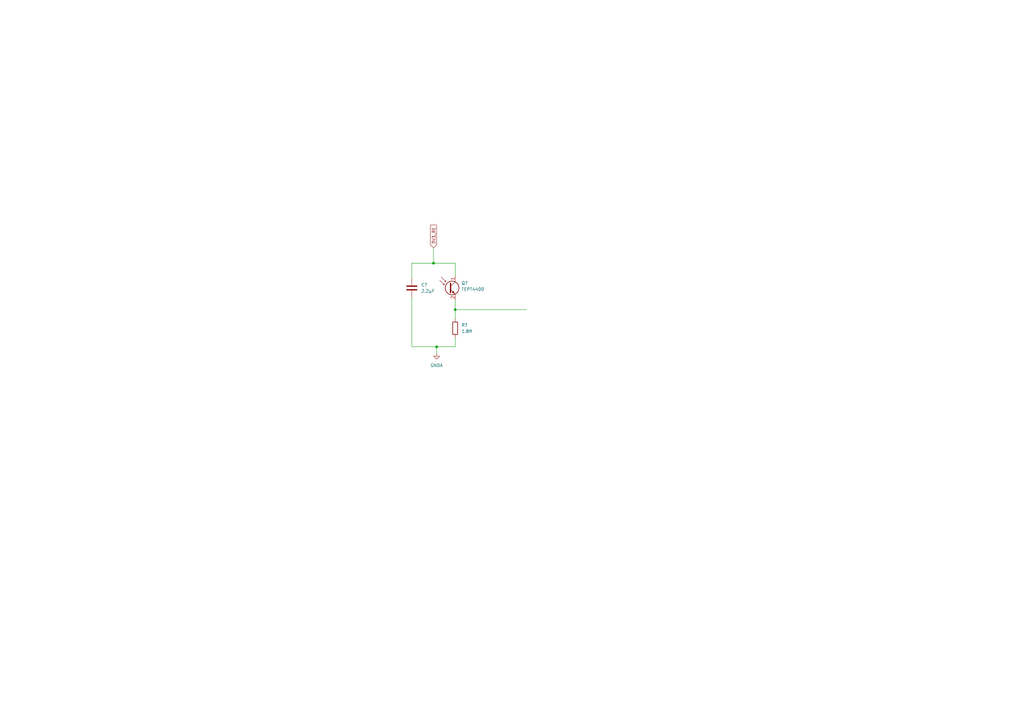
<source format=kicad_sch>
(kicad_sch (version 20250114) (generator "eeschema") (generator_version "9.0")
  (paper "A3")
  (title_block (title "Rabosa_Bot") (rev "1.0") (company "XorvaLabs"))
  (lib_symbols
    (symbol "Device:C" (pin_numbers (hide yes)) (pin_names (offset 0.254))
      (property "Reference" "C" (at 0.635 2.54 0))
      (property "Value" "C" (at 0.635 -2.54 0))
      (symbol "C_0_1"
        (polyline (pts (xy -2.032 0.762) (xy 2.032 0.762)) (stroke (width 0.508)))
        (polyline (pts (xy -2.032 -0.762) (xy 2.032 -0.762)) (stroke (width 0.508)))
      )
      (symbol "C_1_1"
        (pin passive line (at 0 3.81 270) (length 2.794) (name "~") (number "1"))
        (pin passive line (at 0 -3.81 90) (length 2.794) (name "~") (number "2"))
      )
    )
    (symbol "Device:R" (pin_numbers (hide yes)) (pin_names (offset 0))
      (property "Reference" "R" (at 2.032 0 90))
      (property "Value" "R" (at 0 0 90))
      (symbol "R_0_1"
        (rectangle (start -1.016 -2.54) (end 1.016 2.54) (stroke (width 0.254)))
      )
      (symbol "R_1_1"
        (pin passive line (at 0 3.81 270) (length 1.27) (name "~") (number "1"))
        (pin passive line (at 0 -3.81 90) (length 1.27) (name "~") (number "2"))
      )
    )
    (symbol "Sensor_Optical:TEPT4400" (pin_names (offset 0) (hide yes))
      (property "Reference" "Q" (at 5.08 1.27 0))
      (property "Value" "TEPT4400" (at 5.08 -1.27 0))
      (symbol "TEPT4400_0_1"
        (polyline (pts (xy -3.81 3.175) (xy -1.905 1.27) (xy -1.905 1.905)))
        (polyline (pts (xy -3.175 4.445) (xy -1.27 2.54) (xy -1.27 3.175)))
        (polyline (pts (xy -1.905 1.27) (xy -2.54 1.27)))
        (polyline (pts (xy -1.27 2.54) (xy -1.905 2.54)))
        (polyline (pts (xy 0.635 1.905) (xy 0.635 -1.905) (xy 0.635 -1.905)) (stroke (width 0.508)))
        (polyline (pts (xy 0.635 0.635) (xy 2.54 2.54)))
        (polyline (pts (xy 0.635 -0.635) (xy 2.54 -2.54) (xy 2.54 -2.54)))
        (circle (center 1.27 0) (radius 2.8194) (stroke (width 0.254)))
        (polyline (pts (xy 1.27 -1.778) (xy 1.778 -1.27) (xy 2.286 -2.286) (xy 1.27 -1.778) (xy 1.27 -1.778)) (fill (type outline)))
      )
      (symbol "TEPT4400_1_1"
        (pin passive line (at 2.54 5.08 270) (length 2.54) (name "C") (number "1"))
        (pin passive line (at 2.54 -5.08 90) (length 2.54) (name "E") (number "2"))
      )
    )
    (symbol "power:GNDA" (power) (pin_numbers (hide yes)) (pin_names (offset 0) (hide yes))
      (property "Value" "GNDA" (at 0 -3.81 0))
      (symbol "GNDA_0_1"
        (polyline (pts (xy 0 0) (xy 0 -1.27) (xy 1.27 -1.27) (xy 0 -2.54) (xy -1.27 -1.27) (xy 0 -1.27)))
      )
      (symbol "GNDA_1_1"
        (pin power_in line (at 0 0 270) (length 0) (name "~") (number "1"))
      )
    )
  )
  (junction (at 177.8 107.95))
  (junction (at 179.07 142.24))
  (junction (at 186.69 127))
  (wire (pts (xy 179.07 142.24) (xy 179.07 144.78)))
  (wire (pts (xy 186.69 127) (xy 215.9 127)))
  (wire (pts (xy 168.91 114.3) (xy 168.91 107.95)))
  (wire (pts (xy 168.91 142.24) (xy 168.91 121.92)))
  (wire (pts (xy 186.69 142.24) (xy 179.07 142.24)))
  (wire (pts (xy 177.8 101.6) (xy 177.8 107.95)))
  (wire (pts (xy 177.8 107.95) (xy 186.69 107.95)))
  (wire (pts (xy 186.69 123.19) (xy 186.69 127)))
  (wire (pts (xy 186.69 138.43) (xy 186.69 142.24)))
  (wire (pts (xy 168.91 107.95) (xy 177.8 107.95)))
  (wire (pts (xy 186.69 107.95) (xy 186.69 113.03)))
  (wire (pts (xy 179.07 142.24) (xy 168.91 142.24)))
  (wire (pts (xy 186.69 127) (xy 186.69 130.81)))
  (global_label "3V3_RE" (shape input) (at 177.8 101.6 90) (property "Intersheetrefs" "${INTERSHEET_REFS}" (effects (hide yes))))
  (symbol (lib_id "Device:C") (at 168.91 118.11 0) (unit 1)
    (property "Reference" "C?" (at 172.72 116.8399 0) (effects (justify left)))
    (property "Value" "2.2µF" (at 172.72 119.3799 0) (effects (justify left)))
    (property "Footprint" "Capacitor_SMD:C_0201_0603Metric" (effects (hide yes)))
    (property "Description" "Unpolarized capacitor" (effects (hide yes)))
  )
  (symbol (lib_id "Sensor_Optical:TEPT4400") (at 184.15 118.11 0) (unit 1)
    (property "Reference" "Q?" (at 189.23 116.0906 0) (effects (justify left)))
    (property "Value" "TEPT4400" (at 189.23 118.6306 0) (effects (justify left)))
    (property "Footprint" "LED_THT:LED_D3.0mm_Clear" (effects (hide yes)))
    (property "Datasheet" "https://www.vishay.com/docs/81341/tept4400.pdf" (effects (hide yes)))
    (property "Description" "Ambient Light Sensor, NPN Epitaxial Planar Phototransistor, T-1" (effects (hide yes)))
    (property "Enlace compra" "https://www.mouser.es/ProductDetail/Vishay-Semiconductors/TEFT4300?qs=HsFHTXumnCRbcrt8oPFPMA%3D%3D" (effects (hide yes)))
  )
  (symbol (lib_id "Device:R") (at 186.69 134.62 0) (unit 1)
    (property "Reference" "R?" (at 189.23 133.3499 0) (effects (justify left)))
    (property "Value" "1.8R" (at 189.23 135.8899 0) (effects (justify left)))
    (property "Footprint" "PCM_Resistor_SMD_AKL:R_0402_1005Metric" (effects (hide yes)))
    (property "Description" "Resistor" (effects (hide yes)))
    (property "JLCPCB Part #" "C174229" (effects (hide yes)))
  )
  (symbol (lib_id "power:GNDA") (at 179.07 144.78 0) (unit 1)
    (property "Reference" "#PWR?" (effects (hide yes)))
    (property "Value" "GNDA" (at 179.07 149.86 0))
    (property "Description" "Power symbol creates a global label with name \"GNDA\" , analog ground" (effects (hide yes)))
  )
)
</source>
